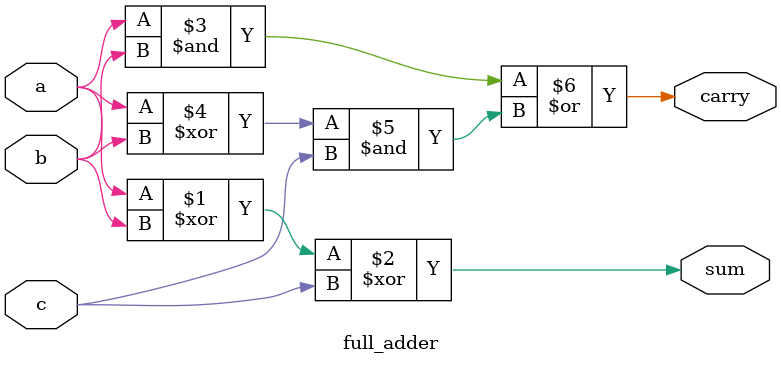
<source format=sv>

module full_adder
(
  input wire a,
  input wire b,
  input wire c,
  output wire sum,
  output wire carry
);
  
  assign sum = a ^ b ^ c;
  assign carry = (a & b) | ((a ^ b) & c);
  
  
endmodule


</source>
